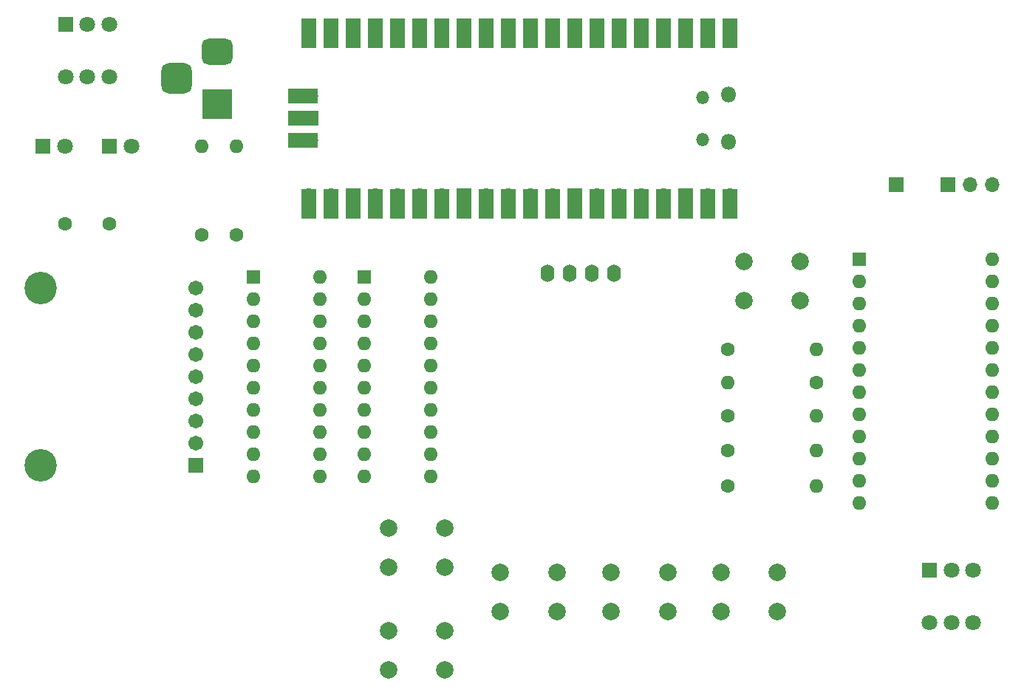
<source format=gbr>
%TF.GenerationSoftware,KiCad,Pcbnew,7.0.8*%
%TF.CreationDate,2023-12-16T16:38:21-08:00*%
%TF.ProjectId,PicoRAM2090,5069636f-5241-44d3-9230-39302e6b6963,rev?*%
%TF.SameCoordinates,Original*%
%TF.FileFunction,Soldermask,Top*%
%TF.FilePolarity,Negative*%
%FSLAX46Y46*%
G04 Gerber Fmt 4.6, Leading zero omitted, Abs format (unit mm)*
G04 Created by KiCad (PCBNEW 7.0.8) date 2023-12-16 16:38:21*
%MOMM*%
%LPD*%
G01*
G04 APERTURE LIST*
G04 Aperture macros list*
%AMRoundRect*
0 Rectangle with rounded corners*
0 $1 Rounding radius*
0 $2 $3 $4 $5 $6 $7 $8 $9 X,Y pos of 4 corners*
0 Add a 4 corners polygon primitive as box body*
4,1,4,$2,$3,$4,$5,$6,$7,$8,$9,$2,$3,0*
0 Add four circle primitives for the rounded corners*
1,1,$1+$1,$2,$3*
1,1,$1+$1,$4,$5*
1,1,$1+$1,$6,$7*
1,1,$1+$1,$8,$9*
0 Add four rect primitives between the rounded corners*
20,1,$1+$1,$2,$3,$4,$5,0*
20,1,$1+$1,$4,$5,$6,$7,0*
20,1,$1+$1,$6,$7,$8,$9,0*
20,1,$1+$1,$8,$9,$2,$3,0*%
G04 Aperture macros list end*
%ADD10R,1.700000X1.700000*%
%ADD11C,2.000000*%
%ADD12O,1.800000X1.800000*%
%ADD13O,1.500000X1.500000*%
%ADD14O,1.700000X1.700000*%
%ADD15R,1.700000X3.500000*%
%ADD16R,3.500000X1.700000*%
%ADD17R,1.600000X1.600000*%
%ADD18O,1.600000X1.600000*%
%ADD19O,1.600000X2.000000*%
%ADD20R,1.800000X1.800000*%
%ADD21C,1.800000*%
%ADD22C,1.600000*%
%ADD23RoundRect,0.102000X0.754000X-0.754000X0.754000X0.754000X-0.754000X0.754000X-0.754000X-0.754000X0*%
%ADD24C,1.712000*%
%ADD25C,3.720000*%
%ADD26R,3.500000X3.500000*%
%ADD27RoundRect,0.750000X-1.000000X0.750000X-1.000000X-0.750000X1.000000X-0.750000X1.000000X0.750000X0*%
%ADD28RoundRect,0.875000X-0.875000X0.875000X-0.875000X-0.875000X0.875000X-0.875000X0.875000X0.875000X0*%
G04 APERTURE END LIST*
D10*
%TO.C,J1*%
X195580000Y-88900000D03*
%TD*%
D11*
%TO.C,BACK1*%
X156741000Y-137850000D03*
X150241000Y-137850000D03*
X156741000Y-133350000D03*
X150241000Y-133350000D03*
%TD*%
%TO.C,OK1*%
X169441000Y-137850000D03*
X162941000Y-137850000D03*
X169441000Y-133350000D03*
X162941000Y-133350000D03*
%TD*%
D12*
%TO.C,U2*%
X176400000Y-78555000D03*
D13*
X173370000Y-78855000D03*
X173370000Y-83705000D03*
D12*
X176400000Y-84005000D03*
D14*
X176530000Y-72390000D03*
D15*
X176530000Y-71490000D03*
D14*
X173990000Y-72390000D03*
D15*
X173990000Y-71490000D03*
D10*
X171450000Y-72390000D03*
D15*
X171450000Y-71490000D03*
D14*
X168910000Y-72390000D03*
D15*
X168910000Y-71490000D03*
D14*
X166370000Y-72390000D03*
D15*
X166370000Y-71490000D03*
D14*
X163830000Y-72390000D03*
D15*
X163830000Y-71490000D03*
D14*
X161290000Y-72390000D03*
D15*
X161290000Y-71490000D03*
D10*
X158750000Y-72390000D03*
D15*
X158750000Y-71490000D03*
D14*
X156210000Y-72390000D03*
D15*
X156210000Y-71490000D03*
D14*
X153670000Y-72390000D03*
D15*
X153670000Y-71490000D03*
D14*
X151130000Y-72390000D03*
D15*
X151130000Y-71490000D03*
D14*
X148590000Y-72390000D03*
D15*
X148590000Y-71490000D03*
D10*
X146050000Y-72390000D03*
D15*
X146050000Y-71490000D03*
D14*
X143510000Y-72390000D03*
D15*
X143510000Y-71490000D03*
D14*
X140970000Y-72390000D03*
D15*
X140970000Y-71490000D03*
D14*
X138430000Y-72390000D03*
D15*
X138430000Y-71490000D03*
D14*
X135890000Y-72390000D03*
D15*
X135890000Y-71490000D03*
D10*
X133350000Y-72390000D03*
D15*
X133350000Y-71490000D03*
D14*
X130810000Y-72390000D03*
D15*
X130810000Y-71490000D03*
D14*
X128270000Y-72390000D03*
D15*
X128270000Y-71490000D03*
D14*
X128270000Y-90170000D03*
D15*
X128270000Y-91070000D03*
D14*
X130810000Y-90170000D03*
D15*
X130810000Y-91070000D03*
D10*
X133350000Y-90170000D03*
D15*
X133350000Y-91070000D03*
D14*
X135890000Y-90170000D03*
D15*
X135890000Y-91070000D03*
D14*
X138430000Y-90170000D03*
D15*
X138430000Y-91070000D03*
D14*
X140970000Y-90170000D03*
D15*
X140970000Y-91070000D03*
D14*
X143510000Y-90170000D03*
D15*
X143510000Y-91070000D03*
D10*
X146050000Y-90170000D03*
D15*
X146050000Y-91070000D03*
D14*
X148590000Y-90170000D03*
D15*
X148590000Y-91070000D03*
D14*
X151130000Y-90170000D03*
D15*
X151130000Y-91070000D03*
D14*
X153670000Y-90170000D03*
D15*
X153670000Y-91070000D03*
D14*
X156210000Y-90170000D03*
D15*
X156210000Y-91070000D03*
D10*
X158750000Y-90170000D03*
D15*
X158750000Y-91070000D03*
D14*
X161290000Y-90170000D03*
D15*
X161290000Y-91070000D03*
D14*
X163830000Y-90170000D03*
D15*
X163830000Y-91070000D03*
D14*
X166370000Y-90170000D03*
D15*
X166370000Y-91070000D03*
D14*
X168910000Y-90170000D03*
D15*
X168910000Y-91070000D03*
D10*
X171450000Y-90170000D03*
D15*
X171450000Y-91070000D03*
D14*
X173990000Y-90170000D03*
D15*
X173990000Y-91070000D03*
D14*
X176530000Y-90170000D03*
D15*
X176530000Y-91070000D03*
D14*
X128500000Y-78740000D03*
D16*
X127600000Y-78740000D03*
D10*
X128500000Y-81280000D03*
D16*
X127600000Y-81280000D03*
D14*
X128500000Y-83820000D03*
D16*
X127600000Y-83820000D03*
%TD*%
D17*
%TO.C,U1*%
X191384000Y-97404000D03*
D18*
X191384000Y-99944000D03*
X191384000Y-102484000D03*
X191384000Y-105024000D03*
X191384000Y-107564000D03*
X191384000Y-110104000D03*
X191384000Y-112644000D03*
X191384000Y-115184000D03*
X191384000Y-117724000D03*
X191384000Y-120264000D03*
X191384000Y-122804000D03*
X191384000Y-125344000D03*
X206624000Y-125344000D03*
X206624000Y-122804000D03*
X206624000Y-120264000D03*
X206624000Y-117724000D03*
X206624000Y-115184000D03*
X206624000Y-112644000D03*
X206624000Y-110104000D03*
X206624000Y-107564000D03*
X206624000Y-105024000D03*
X206624000Y-102484000D03*
X206624000Y-99944000D03*
X206624000Y-97404000D03*
%TD*%
D19*
%TO.C,Brd1*%
X155592000Y-99060000D03*
X158132000Y-99060000D03*
X160672000Y-99060000D03*
X163212000Y-99060000D03*
%TD*%
D20*
%TO.C,SW2*%
X100410000Y-70485000D03*
D21*
X102910000Y-70485000D03*
X105410000Y-70485000D03*
X100410000Y-76485000D03*
X102910000Y-76485000D03*
X105410000Y-76485000D03*
%TD*%
D22*
%TO.C,R1*%
X176276000Y-107724000D03*
D18*
X186436000Y-107724000D03*
%TD*%
D22*
%TO.C,R8*%
X120015000Y-94615000D03*
D18*
X120015000Y-84455000D03*
%TD*%
D23*
%TO.C,U4*%
X115316000Y-121031000D03*
D24*
X115316000Y-118491000D03*
X115316000Y-115951000D03*
X115316000Y-113411000D03*
X115316000Y-110871000D03*
X115316000Y-108331000D03*
X115316000Y-105791000D03*
X115316000Y-103251000D03*
X115316000Y-100711000D03*
D25*
X97536000Y-121031000D03*
X97536000Y-100711000D03*
%TD*%
D11*
%TO.C,UP1*%
X143891000Y-132770000D03*
X137391000Y-132770000D03*
X143891000Y-128270000D03*
X137391000Y-128270000D03*
%TD*%
D22*
%TO.C,C1*%
X100370000Y-93345000D03*
X105370000Y-93345000D03*
%TD*%
D11*
%TO.C,CANCEL1*%
X181991000Y-137850000D03*
X175491000Y-137850000D03*
X181991000Y-133350000D03*
X175491000Y-133350000D03*
%TD*%
%TO.C,DOWN1*%
X143891000Y-144490000D03*
X137391000Y-144490000D03*
X143891000Y-139990000D03*
X137391000Y-139990000D03*
%TD*%
D22*
%TO.C,R5*%
X176276000Y-123444000D03*
D18*
X186436000Y-123444000D03*
%TD*%
D22*
%TO.C,R4*%
X176276000Y-119394000D03*
D18*
X186436000Y-119394000D03*
%TD*%
D22*
%TO.C,R2*%
X186436000Y-111534000D03*
D18*
X176276000Y-111534000D03*
%TD*%
D26*
%TO.C,J3*%
X117797500Y-79660000D03*
D27*
X117797500Y-73660000D03*
D28*
X113097500Y-76660000D03*
%TD*%
D20*
%TO.C,SW1*%
X199390000Y-133065000D03*
D21*
X201890000Y-133065000D03*
X204390000Y-133065000D03*
X199390000Y-139065000D03*
X201890000Y-139065000D03*
X204390000Y-139065000D03*
%TD*%
D10*
%TO.C,JP1*%
X201549000Y-88900000D03*
D14*
X204089000Y-88900000D03*
X206629000Y-88900000D03*
%TD*%
D17*
%TO.C,U5*%
X134620000Y-99500000D03*
D18*
X134620000Y-102040000D03*
X134620000Y-104580000D03*
X134620000Y-107120000D03*
X134620000Y-109660000D03*
X134620000Y-112200000D03*
X134620000Y-114740000D03*
X134620000Y-117280000D03*
X134620000Y-119820000D03*
X134620000Y-122360000D03*
X142240000Y-122360000D03*
X142240000Y-119820000D03*
X142240000Y-117280000D03*
X142240000Y-114740000D03*
X142240000Y-112200000D03*
X142240000Y-109660000D03*
X142240000Y-107120000D03*
X142240000Y-104580000D03*
X142240000Y-102040000D03*
X142240000Y-99500000D03*
%TD*%
D22*
%TO.C,R3*%
X176276000Y-115344000D03*
D18*
X186436000Y-115344000D03*
%TD*%
D20*
%TO.C,D2*%
X97790000Y-84455000D03*
D21*
X100330000Y-84455000D03*
%TD*%
D17*
%TO.C,U3*%
X121920000Y-99500000D03*
D18*
X121920000Y-102040000D03*
X121920000Y-104580000D03*
X121920000Y-107120000D03*
X121920000Y-109660000D03*
X121920000Y-112200000D03*
X121920000Y-114740000D03*
X121920000Y-117280000D03*
X121920000Y-119820000D03*
X121920000Y-122360000D03*
X129540000Y-122360000D03*
X129540000Y-119820000D03*
X129540000Y-117280000D03*
X129540000Y-114740000D03*
X129540000Y-112200000D03*
X129540000Y-109660000D03*
X129540000Y-107120000D03*
X129540000Y-104580000D03*
X129540000Y-102040000D03*
X129540000Y-99500000D03*
%TD*%
D20*
%TO.C,D1*%
X105405000Y-84455000D03*
D21*
X107945000Y-84455000D03*
%TD*%
D22*
%TO.C,R7*%
X115965000Y-94615000D03*
D18*
X115965000Y-84455000D03*
%TD*%
D11*
%TO.C,RESET1*%
X184606000Y-102196000D03*
X178106000Y-102196000D03*
X184606000Y-97696000D03*
X178106000Y-97696000D03*
%TD*%
M02*

</source>
